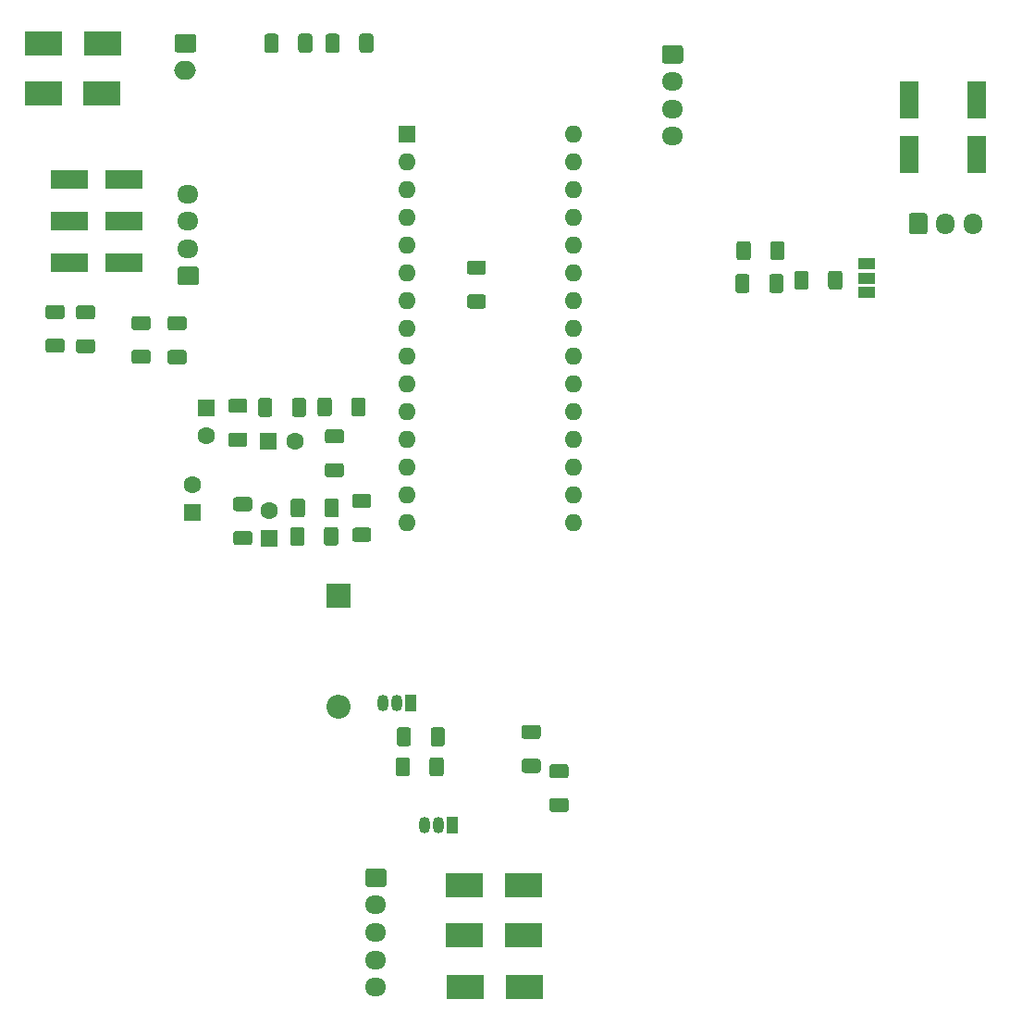
<source format=gbr>
%TF.GenerationSoftware,KiCad,Pcbnew,5.1.10-88a1d61d58~88~ubuntu18.04.1*%
%TF.CreationDate,2021-05-23T19:09:43+03:00*%
%TF.ProjectId,Micra Cruise Control Schemantics,4d696372-6120-4437-9275-69736520436f,rev?*%
%TF.SameCoordinates,Original*%
%TF.FileFunction,Soldermask,Bot*%
%TF.FilePolarity,Negative*%
%FSLAX46Y46*%
G04 Gerber Fmt 4.6, Leading zero omitted, Abs format (unit mm)*
G04 Created by KiCad (PCBNEW 5.1.10-88a1d61d58~88~ubuntu18.04.1) date 2021-05-23 19:09:43*
%MOMM*%
%LPD*%
G01*
G04 APERTURE LIST*
%ADD10O,1.600000X1.600000*%
%ADD11R,1.600000X1.600000*%
%ADD12O,1.950000X1.700000*%
%ADD13R,1.050000X1.500000*%
%ADD14O,1.050000X1.500000*%
%ADD15R,1.500000X1.000000*%
%ADD16O,1.700000X1.950000*%
%ADD17O,2.000000X1.700000*%
%ADD18R,3.500000X1.800000*%
%ADD19R,3.500000X2.300000*%
%ADD20R,1.800000X3.500000*%
%ADD21O,2.200000X2.200000*%
%ADD22R,2.200000X2.200000*%
%ADD23C,1.600000*%
G04 APERTURE END LIST*
D10*
%TO.C,A1*%
X89840000Y-86310000D03*
X74600000Y-86310000D03*
X89840000Y-50750000D03*
X74600000Y-83770000D03*
X89840000Y-53290000D03*
X74600000Y-81230000D03*
X89840000Y-55830000D03*
X74600000Y-78690000D03*
X89840000Y-58370000D03*
X74600000Y-76150000D03*
X89840000Y-60910000D03*
X74600000Y-73610000D03*
X89840000Y-63450000D03*
X74600000Y-71070000D03*
X89840000Y-65990000D03*
X74600000Y-68530000D03*
X89840000Y-68530000D03*
X74600000Y-65990000D03*
X89840000Y-71070000D03*
X74600000Y-63450000D03*
X89840000Y-73610000D03*
X74600000Y-60910000D03*
X89840000Y-76150000D03*
X74600000Y-58370000D03*
X89840000Y-78690000D03*
X74600000Y-55830000D03*
X89840000Y-81230000D03*
X74600000Y-53290000D03*
X89840000Y-83770000D03*
D11*
X74600000Y-50750000D03*
%TD*%
D12*
%TO.C,J1*%
X71800000Y-128800000D03*
X71800000Y-126300000D03*
X71800000Y-123800000D03*
X71800000Y-121300000D03*
G36*
G01*
X71075000Y-117950000D02*
X72525000Y-117950000D01*
G75*
G02*
X72775000Y-118200000I0J-250000D01*
G01*
X72775000Y-119400000D01*
G75*
G02*
X72525000Y-119650000I-250000J0D01*
G01*
X71075000Y-119650000D01*
G75*
G02*
X70825000Y-119400000I0J250000D01*
G01*
X70825000Y-118200000D01*
G75*
G02*
X71075000Y-117950000I250000J0D01*
G01*
G37*
%TD*%
%TO.C,R26*%
G36*
G01*
X113200000Y-64725000D02*
X113200000Y-63475000D01*
G75*
G02*
X113450000Y-63225000I250000J0D01*
G01*
X114250000Y-63225000D01*
G75*
G02*
X114500000Y-63475000I0J-250000D01*
G01*
X114500000Y-64725000D01*
G75*
G02*
X114250000Y-64975000I-250000J0D01*
G01*
X113450000Y-64975000D01*
G75*
G02*
X113200000Y-64725000I0J250000D01*
G01*
G37*
G36*
G01*
X110100000Y-64725000D02*
X110100000Y-63475000D01*
G75*
G02*
X110350000Y-63225000I250000J0D01*
G01*
X111150000Y-63225000D01*
G75*
G02*
X111400000Y-63475000I0J-250000D01*
G01*
X111400000Y-64725000D01*
G75*
G02*
X111150000Y-64975000I-250000J0D01*
G01*
X110350000Y-64975000D01*
G75*
G02*
X110100000Y-64725000I0J250000D01*
G01*
G37*
%TD*%
%TO.C,R25*%
G36*
G01*
X71125000Y-84950000D02*
X69875000Y-84950000D01*
G75*
G02*
X69625000Y-84700000I0J250000D01*
G01*
X69625000Y-83900000D01*
G75*
G02*
X69875000Y-83650000I250000J0D01*
G01*
X71125000Y-83650000D01*
G75*
G02*
X71375000Y-83900000I0J-250000D01*
G01*
X71375000Y-84700000D01*
G75*
G02*
X71125000Y-84950000I-250000J0D01*
G01*
G37*
G36*
G01*
X71125000Y-88050000D02*
X69875000Y-88050000D01*
G75*
G02*
X69625000Y-87800000I0J250000D01*
G01*
X69625000Y-87000000D01*
G75*
G02*
X69875000Y-86750000I250000J0D01*
G01*
X71125000Y-86750000D01*
G75*
G02*
X71375000Y-87000000I0J-250000D01*
G01*
X71375000Y-87800000D01*
G75*
G02*
X71125000Y-88050000I-250000J0D01*
G01*
G37*
%TD*%
%TO.C,R24*%
G36*
G01*
X69550000Y-76325000D02*
X69550000Y-75075000D01*
G75*
G02*
X69800000Y-74825000I250000J0D01*
G01*
X70600000Y-74825000D01*
G75*
G02*
X70850000Y-75075000I0J-250000D01*
G01*
X70850000Y-76325000D01*
G75*
G02*
X70600000Y-76575000I-250000J0D01*
G01*
X69800000Y-76575000D01*
G75*
G02*
X69550000Y-76325000I0J250000D01*
G01*
G37*
G36*
G01*
X66450000Y-76325000D02*
X66450000Y-75075000D01*
G75*
G02*
X66700000Y-74825000I250000J0D01*
G01*
X67500000Y-74825000D01*
G75*
G02*
X67750000Y-75075000I0J-250000D01*
G01*
X67750000Y-76325000D01*
G75*
G02*
X67500000Y-76575000I-250000J0D01*
G01*
X66700000Y-76575000D01*
G75*
G02*
X66450000Y-76325000I0J250000D01*
G01*
G37*
%TD*%
%TO.C,R23*%
G36*
G01*
X67100000Y-85575000D02*
X67100000Y-84325000D01*
G75*
G02*
X67350000Y-84075000I250000J0D01*
G01*
X68150000Y-84075000D01*
G75*
G02*
X68400000Y-84325000I0J-250000D01*
G01*
X68400000Y-85575000D01*
G75*
G02*
X68150000Y-85825000I-250000J0D01*
G01*
X67350000Y-85825000D01*
G75*
G02*
X67100000Y-85575000I0J250000D01*
G01*
G37*
G36*
G01*
X64000000Y-85575000D02*
X64000000Y-84325000D01*
G75*
G02*
X64250000Y-84075000I250000J0D01*
G01*
X65050000Y-84075000D01*
G75*
G02*
X65300000Y-84325000I0J-250000D01*
G01*
X65300000Y-85575000D01*
G75*
G02*
X65050000Y-85825000I-250000J0D01*
G01*
X64250000Y-85825000D01*
G75*
G02*
X64000000Y-85575000I0J250000D01*
G01*
G37*
%TD*%
%TO.C,R22*%
G36*
G01*
X68625000Y-79050000D02*
X67375000Y-79050000D01*
G75*
G02*
X67125000Y-78800000I0J250000D01*
G01*
X67125000Y-78000000D01*
G75*
G02*
X67375000Y-77750000I250000J0D01*
G01*
X68625000Y-77750000D01*
G75*
G02*
X68875000Y-78000000I0J-250000D01*
G01*
X68875000Y-78800000D01*
G75*
G02*
X68625000Y-79050000I-250000J0D01*
G01*
G37*
G36*
G01*
X68625000Y-82150000D02*
X67375000Y-82150000D01*
G75*
G02*
X67125000Y-81900000I0J250000D01*
G01*
X67125000Y-81100000D01*
G75*
G02*
X67375000Y-80850000I250000J0D01*
G01*
X68625000Y-80850000D01*
G75*
G02*
X68875000Y-81100000I0J-250000D01*
G01*
X68875000Y-81900000D01*
G75*
G02*
X68625000Y-82150000I-250000J0D01*
G01*
G37*
%TD*%
%TO.C,R21*%
G36*
G01*
X43043000Y-67654000D02*
X41793000Y-67654000D01*
G75*
G02*
X41543000Y-67404000I0J250000D01*
G01*
X41543000Y-66604000D01*
G75*
G02*
X41793000Y-66354000I250000J0D01*
G01*
X43043000Y-66354000D01*
G75*
G02*
X43293000Y-66604000I0J-250000D01*
G01*
X43293000Y-67404000D01*
G75*
G02*
X43043000Y-67654000I-250000J0D01*
G01*
G37*
G36*
G01*
X43043000Y-70754000D02*
X41793000Y-70754000D01*
G75*
G02*
X41543000Y-70504000I0J250000D01*
G01*
X41543000Y-69704000D01*
G75*
G02*
X41793000Y-69454000I250000J0D01*
G01*
X43043000Y-69454000D01*
G75*
G02*
X43293000Y-69704000I0J-250000D01*
G01*
X43293000Y-70504000D01*
G75*
G02*
X43043000Y-70754000I-250000J0D01*
G01*
G37*
%TD*%
%TO.C,R20*%
G36*
G01*
X52969000Y-70496000D02*
X54219000Y-70496000D01*
G75*
G02*
X54469000Y-70746000I0J-250000D01*
G01*
X54469000Y-71546000D01*
G75*
G02*
X54219000Y-71796000I-250000J0D01*
G01*
X52969000Y-71796000D01*
G75*
G02*
X52719000Y-71546000I0J250000D01*
G01*
X52719000Y-70746000D01*
G75*
G02*
X52969000Y-70496000I250000J0D01*
G01*
G37*
G36*
G01*
X52969000Y-67396000D02*
X54219000Y-67396000D01*
G75*
G02*
X54469000Y-67646000I0J-250000D01*
G01*
X54469000Y-68446000D01*
G75*
G02*
X54219000Y-68696000I-250000J0D01*
G01*
X52969000Y-68696000D01*
G75*
G02*
X52719000Y-68446000I0J250000D01*
G01*
X52719000Y-67646000D01*
G75*
G02*
X52969000Y-67396000I250000J0D01*
G01*
G37*
%TD*%
%TO.C,R19*%
G36*
G01*
X45837000Y-67706000D02*
X44587000Y-67706000D01*
G75*
G02*
X44337000Y-67456000I0J250000D01*
G01*
X44337000Y-66656000D01*
G75*
G02*
X44587000Y-66406000I250000J0D01*
G01*
X45837000Y-66406000D01*
G75*
G02*
X46087000Y-66656000I0J-250000D01*
G01*
X46087000Y-67456000D01*
G75*
G02*
X45837000Y-67706000I-250000J0D01*
G01*
G37*
G36*
G01*
X45837000Y-70806000D02*
X44587000Y-70806000D01*
G75*
G02*
X44337000Y-70556000I0J250000D01*
G01*
X44337000Y-69756000D01*
G75*
G02*
X44587000Y-69506000I250000J0D01*
G01*
X45837000Y-69506000D01*
G75*
G02*
X46087000Y-69756000I0J-250000D01*
G01*
X46087000Y-70556000D01*
G75*
G02*
X45837000Y-70806000I-250000J0D01*
G01*
G37*
%TD*%
%TO.C,R18*%
G36*
G01*
X80375000Y-65400000D02*
X81625000Y-65400000D01*
G75*
G02*
X81875000Y-65650000I0J-250000D01*
G01*
X81875000Y-66450000D01*
G75*
G02*
X81625000Y-66700000I-250000J0D01*
G01*
X80375000Y-66700000D01*
G75*
G02*
X80125000Y-66450000I0J250000D01*
G01*
X80125000Y-65650000D01*
G75*
G02*
X80375000Y-65400000I250000J0D01*
G01*
G37*
G36*
G01*
X80375000Y-62300000D02*
X81625000Y-62300000D01*
G75*
G02*
X81875000Y-62550000I0J-250000D01*
G01*
X81875000Y-63350000D01*
G75*
G02*
X81625000Y-63600000I-250000J0D01*
G01*
X80375000Y-63600000D01*
G75*
G02*
X80125000Y-63350000I0J250000D01*
G01*
X80125000Y-62550000D01*
G75*
G02*
X80375000Y-62300000I250000J0D01*
G01*
G37*
%TD*%
%TO.C,R17*%
G36*
G01*
X49667000Y-70470000D02*
X50917000Y-70470000D01*
G75*
G02*
X51167000Y-70720000I0J-250000D01*
G01*
X51167000Y-71520000D01*
G75*
G02*
X50917000Y-71770000I-250000J0D01*
G01*
X49667000Y-71770000D01*
G75*
G02*
X49417000Y-71520000I0J250000D01*
G01*
X49417000Y-70720000D01*
G75*
G02*
X49667000Y-70470000I250000J0D01*
G01*
G37*
G36*
G01*
X49667000Y-67370000D02*
X50917000Y-67370000D01*
G75*
G02*
X51167000Y-67620000I0J-250000D01*
G01*
X51167000Y-68420000D01*
G75*
G02*
X50917000Y-68670000I-250000J0D01*
G01*
X49667000Y-68670000D01*
G75*
G02*
X49417000Y-68420000I0J250000D01*
G01*
X49417000Y-67620000D01*
G75*
G02*
X49667000Y-67370000I250000J0D01*
G01*
G37*
%TD*%
%TO.C,R14*%
G36*
G01*
X106100000Y-60775000D02*
X106100000Y-62025000D01*
G75*
G02*
X105850000Y-62275000I-250000J0D01*
G01*
X105050000Y-62275000D01*
G75*
G02*
X104800000Y-62025000I0J250000D01*
G01*
X104800000Y-60775000D01*
G75*
G02*
X105050000Y-60525000I250000J0D01*
G01*
X105850000Y-60525000D01*
G75*
G02*
X106100000Y-60775000I0J-250000D01*
G01*
G37*
G36*
G01*
X109200000Y-60775000D02*
X109200000Y-62025000D01*
G75*
G02*
X108950000Y-62275000I-250000J0D01*
G01*
X108150000Y-62275000D01*
G75*
G02*
X107900000Y-62025000I0J250000D01*
G01*
X107900000Y-60775000D01*
G75*
G02*
X108150000Y-60525000I250000J0D01*
G01*
X108950000Y-60525000D01*
G75*
G02*
X109200000Y-60775000I0J-250000D01*
G01*
G37*
%TD*%
%TO.C,R13*%
G36*
G01*
X107800000Y-65025000D02*
X107800000Y-63775000D01*
G75*
G02*
X108050000Y-63525000I250000J0D01*
G01*
X108850000Y-63525000D01*
G75*
G02*
X109100000Y-63775000I0J-250000D01*
G01*
X109100000Y-65025000D01*
G75*
G02*
X108850000Y-65275000I-250000J0D01*
G01*
X108050000Y-65275000D01*
G75*
G02*
X107800000Y-65025000I0J250000D01*
G01*
G37*
G36*
G01*
X104700000Y-65025000D02*
X104700000Y-63775000D01*
G75*
G02*
X104950000Y-63525000I250000J0D01*
G01*
X105750000Y-63525000D01*
G75*
G02*
X106000000Y-63775000I0J-250000D01*
G01*
X106000000Y-65025000D01*
G75*
G02*
X105750000Y-65275000I-250000J0D01*
G01*
X104950000Y-65275000D01*
G75*
G02*
X104700000Y-65025000I0J250000D01*
G01*
G37*
%TD*%
%TO.C,R12*%
G36*
G01*
X74900000Y-108025000D02*
X74900000Y-109275000D01*
G75*
G02*
X74650000Y-109525000I-250000J0D01*
G01*
X73850000Y-109525000D01*
G75*
G02*
X73600000Y-109275000I0J250000D01*
G01*
X73600000Y-108025000D01*
G75*
G02*
X73850000Y-107775000I250000J0D01*
G01*
X74650000Y-107775000D01*
G75*
G02*
X74900000Y-108025000I0J-250000D01*
G01*
G37*
G36*
G01*
X78000000Y-108025000D02*
X78000000Y-109275000D01*
G75*
G02*
X77750000Y-109525000I-250000J0D01*
G01*
X76950000Y-109525000D01*
G75*
G02*
X76700000Y-109275000I0J250000D01*
G01*
X76700000Y-108025000D01*
G75*
G02*
X76950000Y-107775000I250000J0D01*
G01*
X77750000Y-107775000D01*
G75*
G02*
X78000000Y-108025000I0J-250000D01*
G01*
G37*
%TD*%
%TO.C,R11*%
G36*
G01*
X75000000Y-105275000D02*
X75000000Y-106525000D01*
G75*
G02*
X74750000Y-106775000I-250000J0D01*
G01*
X73950000Y-106775000D01*
G75*
G02*
X73700000Y-106525000I0J250000D01*
G01*
X73700000Y-105275000D01*
G75*
G02*
X73950000Y-105025000I250000J0D01*
G01*
X74750000Y-105025000D01*
G75*
G02*
X75000000Y-105275000I0J-250000D01*
G01*
G37*
G36*
G01*
X78100000Y-105275000D02*
X78100000Y-106525000D01*
G75*
G02*
X77850000Y-106775000I-250000J0D01*
G01*
X77050000Y-106775000D01*
G75*
G02*
X76800000Y-106525000I0J250000D01*
G01*
X76800000Y-105275000D01*
G75*
G02*
X77050000Y-105025000I250000J0D01*
G01*
X77850000Y-105025000D01*
G75*
G02*
X78100000Y-105275000I0J-250000D01*
G01*
G37*
%TD*%
%TO.C,R10*%
G36*
G01*
X89175000Y-109700000D02*
X87925000Y-109700000D01*
G75*
G02*
X87675000Y-109450000I0J250000D01*
G01*
X87675000Y-108650000D01*
G75*
G02*
X87925000Y-108400000I250000J0D01*
G01*
X89175000Y-108400000D01*
G75*
G02*
X89425000Y-108650000I0J-250000D01*
G01*
X89425000Y-109450000D01*
G75*
G02*
X89175000Y-109700000I-250000J0D01*
G01*
G37*
G36*
G01*
X89175000Y-112800000D02*
X87925000Y-112800000D01*
G75*
G02*
X87675000Y-112550000I0J250000D01*
G01*
X87675000Y-111750000D01*
G75*
G02*
X87925000Y-111500000I250000J0D01*
G01*
X89175000Y-111500000D01*
G75*
G02*
X89425000Y-111750000I0J-250000D01*
G01*
X89425000Y-112550000D01*
G75*
G02*
X89175000Y-112800000I-250000J0D01*
G01*
G37*
%TD*%
%TO.C,R9*%
G36*
G01*
X86625000Y-106100000D02*
X85375000Y-106100000D01*
G75*
G02*
X85125000Y-105850000I0J250000D01*
G01*
X85125000Y-105050000D01*
G75*
G02*
X85375000Y-104800000I250000J0D01*
G01*
X86625000Y-104800000D01*
G75*
G02*
X86875000Y-105050000I0J-250000D01*
G01*
X86875000Y-105850000D01*
G75*
G02*
X86625000Y-106100000I-250000J0D01*
G01*
G37*
G36*
G01*
X86625000Y-109200000D02*
X85375000Y-109200000D01*
G75*
G02*
X85125000Y-108950000I0J250000D01*
G01*
X85125000Y-108150000D01*
G75*
G02*
X85375000Y-107900000I250000J0D01*
G01*
X86625000Y-107900000D01*
G75*
G02*
X86875000Y-108150000I0J-250000D01*
G01*
X86875000Y-108950000D01*
G75*
G02*
X86625000Y-109200000I-250000J0D01*
G01*
G37*
%TD*%
%TO.C,R8*%
G36*
G01*
X67050000Y-88175000D02*
X67050000Y-86925000D01*
G75*
G02*
X67300000Y-86675000I250000J0D01*
G01*
X68100000Y-86675000D01*
G75*
G02*
X68350000Y-86925000I0J-250000D01*
G01*
X68350000Y-88175000D01*
G75*
G02*
X68100000Y-88425000I-250000J0D01*
G01*
X67300000Y-88425000D01*
G75*
G02*
X67050000Y-88175000I0J250000D01*
G01*
G37*
G36*
G01*
X63950000Y-88175000D02*
X63950000Y-86925000D01*
G75*
G02*
X64200000Y-86675000I250000J0D01*
G01*
X65000000Y-86675000D01*
G75*
G02*
X65250000Y-86925000I0J-250000D01*
G01*
X65250000Y-88175000D01*
G75*
G02*
X65000000Y-88425000I-250000J0D01*
G01*
X64200000Y-88425000D01*
G75*
G02*
X63950000Y-88175000I0J250000D01*
G01*
G37*
%TD*%
%TO.C,R7*%
G36*
G01*
X64100000Y-76375000D02*
X64100000Y-75125000D01*
G75*
G02*
X64350000Y-74875000I250000J0D01*
G01*
X65150000Y-74875000D01*
G75*
G02*
X65400000Y-75125000I0J-250000D01*
G01*
X65400000Y-76375000D01*
G75*
G02*
X65150000Y-76625000I-250000J0D01*
G01*
X64350000Y-76625000D01*
G75*
G02*
X64100000Y-76375000I0J250000D01*
G01*
G37*
G36*
G01*
X61000000Y-76375000D02*
X61000000Y-75125000D01*
G75*
G02*
X61250000Y-74875000I250000J0D01*
G01*
X62050000Y-74875000D01*
G75*
G02*
X62300000Y-75125000I0J-250000D01*
G01*
X62300000Y-76375000D01*
G75*
G02*
X62050000Y-76625000I-250000J0D01*
G01*
X61250000Y-76625000D01*
G75*
G02*
X61000000Y-76375000I0J250000D01*
G01*
G37*
%TD*%
%TO.C,R6*%
G36*
G01*
X58975000Y-87050000D02*
X60225000Y-87050000D01*
G75*
G02*
X60475000Y-87300000I0J-250000D01*
G01*
X60475000Y-88100000D01*
G75*
G02*
X60225000Y-88350000I-250000J0D01*
G01*
X58975000Y-88350000D01*
G75*
G02*
X58725000Y-88100000I0J250000D01*
G01*
X58725000Y-87300000D01*
G75*
G02*
X58975000Y-87050000I250000J0D01*
G01*
G37*
G36*
G01*
X58975000Y-83950000D02*
X60225000Y-83950000D01*
G75*
G02*
X60475000Y-84200000I0J-250000D01*
G01*
X60475000Y-85000000D01*
G75*
G02*
X60225000Y-85250000I-250000J0D01*
G01*
X58975000Y-85250000D01*
G75*
G02*
X58725000Y-85000000I0J250000D01*
G01*
X58725000Y-84200000D01*
G75*
G02*
X58975000Y-83950000I250000J0D01*
G01*
G37*
%TD*%
%TO.C,R5*%
G36*
G01*
X58525000Y-78050000D02*
X59775000Y-78050000D01*
G75*
G02*
X60025000Y-78300000I0J-250000D01*
G01*
X60025000Y-79100000D01*
G75*
G02*
X59775000Y-79350000I-250000J0D01*
G01*
X58525000Y-79350000D01*
G75*
G02*
X58275000Y-79100000I0J250000D01*
G01*
X58275000Y-78300000D01*
G75*
G02*
X58525000Y-78050000I250000J0D01*
G01*
G37*
G36*
G01*
X58525000Y-74950000D02*
X59775000Y-74950000D01*
G75*
G02*
X60025000Y-75200000I0J-250000D01*
G01*
X60025000Y-76000000D01*
G75*
G02*
X59775000Y-76250000I-250000J0D01*
G01*
X58525000Y-76250000D01*
G75*
G02*
X58275000Y-76000000I0J250000D01*
G01*
X58275000Y-75200000D01*
G75*
G02*
X58525000Y-74950000I250000J0D01*
G01*
G37*
%TD*%
%TO.C,R4*%
G36*
G01*
X70268000Y-43043000D02*
X70268000Y-41793000D01*
G75*
G02*
X70518000Y-41543000I250000J0D01*
G01*
X71318000Y-41543000D01*
G75*
G02*
X71568000Y-41793000I0J-250000D01*
G01*
X71568000Y-43043000D01*
G75*
G02*
X71318000Y-43293000I-250000J0D01*
G01*
X70518000Y-43293000D01*
G75*
G02*
X70268000Y-43043000I0J250000D01*
G01*
G37*
G36*
G01*
X67168000Y-43043000D02*
X67168000Y-41793000D01*
G75*
G02*
X67418000Y-41543000I250000J0D01*
G01*
X68218000Y-41543000D01*
G75*
G02*
X68468000Y-41793000I0J-250000D01*
G01*
X68468000Y-43043000D01*
G75*
G02*
X68218000Y-43293000I-250000J0D01*
G01*
X67418000Y-43293000D01*
G75*
G02*
X67168000Y-43043000I0J250000D01*
G01*
G37*
%TD*%
%TO.C,R3*%
G36*
G01*
X64680000Y-43043000D02*
X64680000Y-41793000D01*
G75*
G02*
X64930000Y-41543000I250000J0D01*
G01*
X65730000Y-41543000D01*
G75*
G02*
X65980000Y-41793000I0J-250000D01*
G01*
X65980000Y-43043000D01*
G75*
G02*
X65730000Y-43293000I-250000J0D01*
G01*
X64930000Y-43293000D01*
G75*
G02*
X64680000Y-43043000I0J250000D01*
G01*
G37*
G36*
G01*
X61580000Y-43043000D02*
X61580000Y-41793000D01*
G75*
G02*
X61830000Y-41543000I250000J0D01*
G01*
X62630000Y-41543000D01*
G75*
G02*
X62880000Y-41793000I0J-250000D01*
G01*
X62880000Y-43043000D01*
G75*
G02*
X62630000Y-43293000I-250000J0D01*
G01*
X61830000Y-43293000D01*
G75*
G02*
X61580000Y-43043000I0J250000D01*
G01*
G37*
%TD*%
D13*
%TO.C,Q2*%
X75000000Y-102800000D03*
D14*
X72460000Y-102800000D03*
X73730000Y-102800000D03*
%TD*%
D13*
%TO.C,Q1*%
X78750000Y-114000000D03*
D14*
X76210000Y-114000000D03*
X77480000Y-114000000D03*
%TD*%
D15*
%TO.C,JP1*%
X116700000Y-62600000D03*
X116700000Y-63900000D03*
X116700000Y-65200000D03*
%TD*%
%TO.C,J5*%
G36*
G01*
X55335000Y-64564000D02*
X53885000Y-64564000D01*
G75*
G02*
X53635000Y-64314000I0J250000D01*
G01*
X53635000Y-63114000D01*
G75*
G02*
X53885000Y-62864000I250000J0D01*
G01*
X55335000Y-62864000D01*
G75*
G02*
X55585000Y-63114000I0J-250000D01*
G01*
X55585000Y-64314000D01*
G75*
G02*
X55335000Y-64564000I-250000J0D01*
G01*
G37*
D12*
X54610000Y-61214000D03*
X54610000Y-58714000D03*
X54610000Y-56214000D03*
%TD*%
D16*
%TO.C,J4*%
X126430000Y-58930000D03*
X123930000Y-58930000D03*
G36*
G01*
X120580000Y-59655000D02*
X120580000Y-58205000D01*
G75*
G02*
X120830000Y-57955000I250000J0D01*
G01*
X122030000Y-57955000D01*
G75*
G02*
X122280000Y-58205000I0J-250000D01*
G01*
X122280000Y-59655000D01*
G75*
G02*
X122030000Y-59905000I-250000J0D01*
G01*
X120830000Y-59905000D01*
G75*
G02*
X120580000Y-59655000I0J250000D01*
G01*
G37*
%TD*%
D12*
%TO.C,J3*%
X98938000Y-50930000D03*
X98938000Y-48430000D03*
X98938000Y-45930000D03*
G36*
G01*
X98213000Y-42580000D02*
X99663000Y-42580000D01*
G75*
G02*
X99913000Y-42830000I0J-250000D01*
G01*
X99913000Y-44030000D01*
G75*
G02*
X99663000Y-44280000I-250000J0D01*
G01*
X98213000Y-44280000D01*
G75*
G02*
X97963000Y-44030000I0J250000D01*
G01*
X97963000Y-42830000D01*
G75*
G02*
X98213000Y-42580000I250000J0D01*
G01*
G37*
%TD*%
D17*
%TO.C,J2*%
X54356000Y-44918000D03*
G36*
G01*
X53606000Y-41568000D02*
X55106000Y-41568000D01*
G75*
G02*
X55356000Y-41818000I0J-250000D01*
G01*
X55356000Y-43018000D01*
G75*
G02*
X55106000Y-43268000I-250000J0D01*
G01*
X53606000Y-43268000D01*
G75*
G02*
X53356000Y-43018000I0J250000D01*
G01*
X53356000Y-41818000D01*
G75*
G02*
X53606000Y-41568000I250000J0D01*
G01*
G37*
%TD*%
D18*
%TO.C,D13*%
X43728000Y-62484000D03*
X48728000Y-62484000D03*
%TD*%
D19*
%TO.C,D12*%
X41336000Y-47000000D03*
X46736000Y-47000000D03*
%TD*%
%TO.C,D11*%
X41402000Y-42418000D03*
X46802000Y-42418000D03*
%TD*%
D20*
%TO.C,D10*%
X120650000Y-47630000D03*
X120650000Y-52630000D03*
%TD*%
%TO.C,D9*%
X126750000Y-47630000D03*
X126750000Y-52630000D03*
%TD*%
D19*
%TO.C,D6*%
X85300000Y-119450000D03*
X79900000Y-119450000D03*
%TD*%
D18*
%TO.C,D5*%
X43768000Y-58674000D03*
X48768000Y-58674000D03*
%TD*%
%TO.C,D4*%
X43728000Y-54864000D03*
X48728000Y-54864000D03*
%TD*%
D19*
%TO.C,D3*%
X85350000Y-128800000D03*
X79950000Y-128800000D03*
%TD*%
%TO.C,D2*%
X85300000Y-124050000D03*
X79900000Y-124050000D03*
%TD*%
D21*
%TO.C,D1*%
X68350000Y-103110000D03*
D22*
X68350000Y-92950000D03*
%TD*%
D23*
%TO.C,C8*%
X62000000Y-85200000D03*
D11*
X62000000Y-87700000D03*
%TD*%
D23*
%TO.C,C7*%
X64400000Y-78800000D03*
D11*
X61900000Y-78800000D03*
%TD*%
D23*
%TO.C,C6*%
X55000000Y-82850000D03*
D11*
X55000000Y-85350000D03*
%TD*%
D23*
%TO.C,C5*%
X56250000Y-78300000D03*
D11*
X56250000Y-75800000D03*
%TD*%
M02*

</source>
